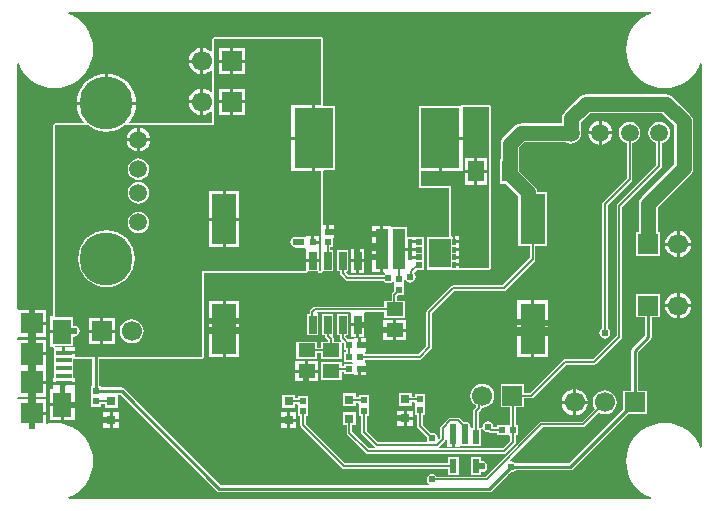
<source format=gtl>
G04*
G04 #@! TF.GenerationSoftware,Altium Limited,Altium Designer,19.1.9 (167)*
G04*
G04 Layer_Physical_Order=1*
G04 Layer_Color=255*
%FSLAX25Y25*%
%MOIN*%
G70*
G01*
G75*
%ADD12C,0.00600*%
%ADD15C,0.01000*%
%ADD18R,0.07480X0.07480*%
%ADD19R,0.07480X0.07087*%
%ADD20R,0.05315X0.01575*%
%ADD21R,0.06299X0.08268*%
%ADD22R,0.07480X0.09646*%
%ADD23R,0.01614X0.01968*%
%ADD24R,0.02480X0.01968*%
%ADD25R,0.02165X0.02165*%
%ADD26R,0.12992X0.20079*%
%ADD27R,0.03150X0.03150*%
%ADD28R,0.05709X0.04528*%
%ADD29R,0.02362X0.04724*%
%ADD30R,0.02165X0.02165*%
%ADD31R,0.04134X0.13386*%
%ADD32R,0.08268X0.16929*%
%ADD33R,0.02559X0.06004*%
%ADD34R,0.02205X0.02441*%
%ADD35R,0.05276X0.07087*%
%ADD59C,0.01500*%
%ADD60C,0.02500*%
%ADD61C,0.05000*%
%ADD62C,0.05906*%
%ADD63C,0.17717*%
%ADD64C,0.06693*%
%ADD65R,0.06693X0.06693*%
%ADD66C,0.02400*%
%ADD67C,0.02402*%
G36*
X212256Y162752D02*
X210999Y162232D01*
X209281Y161179D01*
X207748Y159870D01*
X206439Y158337D01*
X205386Y156619D01*
X204615Y154756D01*
X204145Y152797D01*
X203986Y150787D01*
X204145Y148778D01*
X204615Y146818D01*
X205386Y144956D01*
X206439Y143238D01*
X207748Y141705D01*
X209281Y140396D01*
X210999Y139343D01*
X212862Y138572D01*
X214821Y138101D01*
X216831Y137943D01*
X218840Y138101D01*
X220800Y138572D01*
X222662Y139343D01*
X224380Y140396D01*
X225913Y141705D01*
X227222Y143238D01*
X228275Y144956D01*
X228795Y146212D01*
X229295Y146113D01*
Y18159D01*
X228795Y18059D01*
X228275Y19315D01*
X227222Y21034D01*
X225913Y22567D01*
X224380Y23876D01*
X222662Y24929D01*
X220800Y25700D01*
X218840Y26170D01*
X216831Y26329D01*
X214821Y26170D01*
X212862Y25700D01*
X210999Y24929D01*
X209281Y23876D01*
X207748Y22567D01*
X206439Y21034D01*
X205386Y19315D01*
X204615Y17453D01*
X204145Y15494D01*
X203986Y13484D01*
X204145Y11475D01*
X204615Y9515D01*
X205386Y7653D01*
X206439Y5935D01*
X207748Y4402D01*
X209281Y3093D01*
X210999Y2040D01*
X212256Y1519D01*
X212156Y1020D01*
X18159D01*
X18059Y1519D01*
X19315Y2040D01*
X21034Y3093D01*
X22567Y4402D01*
X23876Y5935D01*
X24929Y7653D01*
X25700Y9515D01*
X26170Y11475D01*
X26329Y13484D01*
X26170Y15494D01*
X25700Y17453D01*
X24929Y19315D01*
X23876Y21034D01*
X22567Y22567D01*
X21034Y23876D01*
X19315Y24929D01*
X17453Y25700D01*
X15494Y26170D01*
X13484Y26329D01*
X11475Y26170D01*
X11137Y26089D01*
X10744Y26399D01*
Y29126D01*
X6004D01*
Y29626D01*
X5504D01*
Y34169D01*
X1264D01*
X1020Y34568D01*
Y34723D01*
X1264Y35122D01*
X1519Y35122D01*
X5504D01*
Y39862D01*
X6004D01*
Y40362D01*
X10744D01*
Y44571D01*
Y48811D01*
X6004D01*
Y49311D01*
X5504D01*
Y54051D01*
X1519D01*
X1264Y54051D01*
X1020Y54450D01*
Y54605D01*
X1264Y55004D01*
X1519Y55004D01*
X5504D01*
Y59547D01*
Y64091D01*
X1519D01*
X1264Y64091D01*
X1020Y64489D01*
Y146113D01*
X1519Y146212D01*
X2040Y144956D01*
X3093Y143238D01*
X4402Y141705D01*
X5934Y140396D01*
X7653Y139343D01*
X9515Y138572D01*
X11475Y138101D01*
X13484Y137943D01*
X15494Y138101D01*
X17453Y138572D01*
X19315Y139343D01*
X21034Y140396D01*
X22567Y141705D01*
X23876Y143238D01*
X24929Y144956D01*
X25700Y146818D01*
X26170Y148778D01*
X26329Y150787D01*
X26170Y152797D01*
X25700Y154756D01*
X24929Y156619D01*
X23876Y158337D01*
X22567Y159870D01*
X21034Y161179D01*
X19315Y162232D01*
X18059Y162752D01*
X18159Y163252D01*
X212156Y163252D01*
X212256Y162752D01*
D02*
G37*
%LPC*%
G36*
X102362Y154882D02*
X66732D01*
X66273Y154692D01*
X66083Y154232D01*
Y150307D01*
X65583Y150137D01*
X64790Y150745D01*
X63733Y151183D01*
X63098Y151267D01*
Y146949D01*
Y142631D01*
X63733Y142714D01*
X64790Y143152D01*
X65583Y143760D01*
X66083Y143591D01*
Y136639D01*
X65583Y136504D01*
X64755Y137139D01*
X63698Y137577D01*
X63063Y137661D01*
Y133343D01*
Y129024D01*
X63698Y129108D01*
X64755Y129546D01*
X65583Y130181D01*
X66083Y130046D01*
Y126142D01*
X38652D01*
X38438Y126594D01*
X39044Y127331D01*
X39959Y129044D01*
X40523Y130902D01*
X40664Y132335D01*
X30807D01*
X20950D01*
X21091Y130902D01*
X21655Y129044D01*
X22571Y127331D01*
X23176Y126594D01*
X22962Y126142D01*
X13681D01*
X13222Y125951D01*
X13032Y125492D01*
Y61925D01*
X11894D01*
Y57291D01*
X16043D01*
Y56291D01*
X11894D01*
Y51657D01*
X13032D01*
Y51492D01*
X13222Y51033D01*
X13278Y51010D01*
Y48317D01*
Y45758D01*
Y41256D01*
X12878D01*
Y39968D01*
X16535D01*
X20193D01*
Y41256D01*
X19793D01*
Y43199D01*
Y47508D01*
X20193Y47776D01*
X26044D01*
Y38691D01*
X25483D01*
Y35647D01*
X25483Y35325D01*
X25483Y34825D01*
Y31782D01*
X28848D01*
Y32547D01*
X30207D01*
Y31388D01*
X34557D01*
X34557Y35738D01*
X34995Y35886D01*
X35362D01*
X67612Y3636D01*
X67612Y3636D01*
X67976Y3393D01*
X68405Y3308D01*
X68406Y3308D01*
X158465D01*
X158465Y3308D01*
X158894Y3393D01*
X159258Y3636D01*
X165540Y9919D01*
X165748Y9877D01*
X166450Y10017D01*
X167046Y10415D01*
X167164Y10591D01*
X185461D01*
X185461Y10591D01*
X185890Y10676D01*
X186254Y10920D01*
X204541Y29207D01*
X210848D01*
Y37100D01*
X208023D01*
Y49941D01*
X212151Y54069D01*
X212151Y54069D01*
X212394Y54433D01*
X212480Y54862D01*
X212480Y54862D01*
Y61506D01*
X215305D01*
Y69399D01*
X207412D01*
Y61506D01*
X210237D01*
Y55327D01*
X206108Y51199D01*
X205865Y50835D01*
X205780Y50406D01*
X205780Y50406D01*
Y37100D01*
X202955D01*
Y30793D01*
X184996Y12834D01*
X167164D01*
X167046Y13010D01*
X166450Y13408D01*
X165748Y13548D01*
X165504Y13499D01*
X165258Y13960D01*
X176183Y24885D01*
X189551D01*
X189902Y24955D01*
X190200Y25154D01*
X194821Y29776D01*
X194911Y29706D01*
X195871Y29309D01*
X196902Y29173D01*
X197932Y29309D01*
X198892Y29706D01*
X199716Y30339D01*
X200349Y31163D01*
X200746Y32123D01*
X200882Y33154D01*
X200746Y34184D01*
X200349Y35144D01*
X199716Y35968D01*
X198892Y36601D01*
X197932Y36998D01*
X196902Y37134D01*
X195871Y36998D01*
X194911Y36601D01*
X194087Y35968D01*
X193454Y35144D01*
X193057Y34184D01*
X192921Y33154D01*
X193057Y32123D01*
X193454Y31163D01*
X193524Y31073D01*
X189171Y26721D01*
X175803D01*
X175452Y26651D01*
X175154Y26452D01*
X157100Y8398D01*
X140922D01*
X140668Y8778D01*
X140072Y9176D01*
X139370Y9316D01*
X138668Y9176D01*
X138072Y8778D01*
X137674Y8183D01*
X137535Y7480D01*
X137674Y6778D01*
X138072Y6183D01*
X138270Y6051D01*
X138118Y5551D01*
X68870D01*
X36620Y37801D01*
X36256Y38044D01*
X35827Y38129D01*
X35827Y38129D01*
X28848D01*
Y38691D01*
X28287D01*
Y47776D01*
X62697D01*
X63156Y47966D01*
X63346Y48425D01*
Y76319D01*
X97220D01*
X97680Y76509D01*
X97821Y76851D01*
X101179D01*
X101320Y76509D01*
X101779Y76319D01*
X102362D01*
X102821Y76509D01*
X102963Y76851D01*
X106379D01*
Y84055D01*
X105418D01*
Y84833D01*
X106210D01*
Y87976D01*
X106610D01*
Y89559D01*
X104528D01*
Y90059D01*
X104028D01*
Y92142D01*
X103012D01*
Y110236D01*
X103279Y110636D01*
X107033D01*
Y131915D01*
X103279D01*
X103012Y132315D01*
Y154232D01*
X102821Y154692D01*
X102362Y154882D01*
D02*
G37*
G36*
X62098Y151267D02*
X61464Y151183D01*
X60407Y150745D01*
X59499Y150049D01*
X58802Y149141D01*
X58364Y148083D01*
X58280Y147449D01*
X62098D01*
Y151267D01*
D02*
G37*
G36*
Y146449D02*
X58280D01*
X58364Y145814D01*
X58802Y144757D01*
X59499Y143849D01*
X60407Y143152D01*
X61464Y142714D01*
X62098Y142631D01*
Y146449D01*
D02*
G37*
G36*
X62063Y137661D02*
X61428Y137577D01*
X60371Y137139D01*
X59463Y136442D01*
X58766Y135535D01*
X58328Y134477D01*
X58245Y133843D01*
X62063D01*
Y137661D01*
D02*
G37*
G36*
X31307Y142691D02*
Y133335D01*
X40664D01*
X40523Y134767D01*
X39959Y136626D01*
X39044Y138338D01*
X37812Y139839D01*
X36311Y141071D01*
X34598Y141987D01*
X32740Y142550D01*
X31307Y142691D01*
D02*
G37*
G36*
X30307Y142691D02*
X28874Y142550D01*
X27016Y141987D01*
X25304Y141071D01*
X23802Y139839D01*
X22571Y138338D01*
X21655Y136626D01*
X21091Y134767D01*
X20950Y133335D01*
X30307D01*
Y142691D01*
D02*
G37*
G36*
X62063Y132843D02*
X58245D01*
X58328Y132208D01*
X58766Y131150D01*
X59463Y130243D01*
X60371Y129546D01*
X61428Y129108D01*
X62063Y129024D01*
Y132843D01*
D02*
G37*
G36*
X195874Y126953D02*
Y123531D01*
X199295D01*
X199225Y124063D01*
X198827Y125025D01*
X198193Y125851D01*
X197367Y126484D01*
X196406Y126883D01*
X195874Y126953D01*
D02*
G37*
G36*
X194874Y126953D02*
X194342Y126883D01*
X193381Y126484D01*
X192555Y125851D01*
X191921Y125025D01*
X191523Y124063D01*
X191453Y123531D01*
X194874D01*
Y126953D01*
D02*
G37*
G36*
Y122531D02*
X191453D01*
X191523Y122000D01*
X191921Y121038D01*
X192555Y120212D01*
X193381Y119579D01*
X194342Y119181D01*
X194874Y119111D01*
Y122531D01*
D02*
G37*
G36*
X199295D02*
X195874D01*
Y119111D01*
X196406Y119181D01*
X197367Y119579D01*
X198193Y120212D01*
X198827Y121038D01*
X199225Y122000D01*
X199295Y122531D01*
D02*
G37*
G36*
X106610Y92142D02*
X105028D01*
Y90559D01*
X106610D01*
Y92142D01*
D02*
G37*
G36*
X221858Y90243D02*
Y86425D01*
X225676D01*
X225593Y87060D01*
X225155Y88117D01*
X224458Y89025D01*
X223550Y89722D01*
X222493Y90160D01*
X221858Y90243D01*
D02*
G37*
G36*
X220858D02*
X220224Y90160D01*
X219166Y89722D01*
X218258Y89025D01*
X217562Y88117D01*
X217124Y87060D01*
X217040Y86425D01*
X220858D01*
Y90243D01*
D02*
G37*
G36*
X122000Y91969D02*
X119433D01*
Y84776D01*
X122000D01*
Y91969D01*
D02*
G37*
G36*
X217421Y135804D02*
X217421Y135804D01*
X190551D01*
X189742Y135697D01*
X188988Y135385D01*
X188340Y134888D01*
X183494Y130042D01*
X182997Y129394D01*
X182685Y128640D01*
X182631Y128235D01*
X182578Y127831D01*
X182578Y127831D01*
Y126158D01*
X168898D01*
X168898Y126158D01*
X168493Y126105D01*
X168088Y126052D01*
X167776Y125922D01*
X167334Y125739D01*
X166687Y125242D01*
X163104Y121660D01*
X162607Y121012D01*
X162295Y120258D01*
X162188Y119449D01*
X162188Y119449D01*
Y114281D01*
X161939D01*
Y105994D01*
X163993D01*
X168074Y101913D01*
Y95925D01*
X168074Y95925D01*
X168101Y95722D01*
Y85227D01*
X171917D01*
Y81286D01*
X162809Y72177D01*
X146260D01*
X145909Y72108D01*
X145611Y71909D01*
X137737Y64035D01*
X137538Y63737D01*
X137468Y63386D01*
Y51955D01*
X134807Y49294D01*
X117292D01*
X116995Y49591D01*
X117008Y50119D01*
X117306Y50378D01*
X117339D01*
Y51961D01*
X115256D01*
Y52461D01*
X114756D01*
Y54543D01*
X113173D01*
Y54143D01*
X111328D01*
X110475Y54997D01*
X110555Y55497D01*
X111380D01*
Y62700D01*
X107621D01*
Y55497D01*
X108582D01*
Y54673D01*
X108652Y54322D01*
X108851Y54024D01*
X109020Y53856D01*
X108812Y53356D01*
X106626D01*
Y54232D01*
X106556Y54584D01*
X106358Y54881D01*
X106193Y55046D01*
X106379Y55497D01*
X106379D01*
Y62700D01*
X102620D01*
Y55497D01*
X103708D01*
Y55315D01*
X103778Y54964D01*
X103977Y54666D01*
X104787Y53856D01*
X104782Y53356D01*
X102254D01*
Y51410D01*
X100994D01*
Y53356D01*
X94085D01*
Y47628D01*
X100994D01*
Y49575D01*
X102254D01*
Y47628D01*
X109163D01*
Y53005D01*
X109663Y53212D01*
X110030Y52846D01*
Y50778D01*
X110795D01*
Y50059D01*
X110030D01*
Y46693D01*
X112642D01*
X112909Y46380D01*
X112889Y46043D01*
X112820Y45974D01*
X110030D01*
Y45209D01*
X109163D01*
Y46466D01*
X102254D01*
Y40739D01*
X109163D01*
Y43374D01*
X110030D01*
Y42609D01*
X113173D01*
Y42209D01*
X114756D01*
Y44291D01*
X115256D01*
Y44791D01*
X117339D01*
Y46374D01*
X117306D01*
X116939Y46693D01*
X116939Y46874D01*
Y47458D01*
X135187D01*
X135538Y47528D01*
X135836Y47727D01*
X139035Y50926D01*
X139234Y51224D01*
X139304Y51575D01*
Y63006D01*
X146640Y70342D01*
X163189D01*
X163540Y70412D01*
X163838Y70611D01*
X173484Y80257D01*
X173682Y80554D01*
X173752Y80905D01*
Y85227D01*
X177568D01*
Y103356D01*
X174308D01*
X174221Y104018D01*
X173909Y104772D01*
X173412Y105420D01*
X168442Y110390D01*
Y118154D01*
X170193Y119905D01*
X183796D01*
X184604Y119570D01*
X185531Y119448D01*
X186459Y119570D01*
X187323Y119928D01*
X188065Y120498D01*
X188635Y121240D01*
X188993Y122104D01*
X189115Y123031D01*
X188993Y123959D01*
X188831Y124348D01*
Y126536D01*
X191846Y129550D01*
X216126D01*
X220102Y125575D01*
Y112516D01*
X209147Y101561D01*
X208650Y100914D01*
X208338Y100160D01*
X208285Y99755D01*
X208231Y99350D01*
X208231Y99350D01*
Y89872D01*
X207412D01*
Y81979D01*
X215305D01*
Y89872D01*
X214485D01*
Y98055D01*
X225439Y109010D01*
X225439Y109010D01*
X225936Y109657D01*
X226249Y110411D01*
X226355Y111221D01*
X226355Y111221D01*
Y126870D01*
X226355Y126870D01*
X226302Y127275D01*
X226249Y127679D01*
X225936Y128433D01*
X225439Y129081D01*
X225439Y129081D01*
X219632Y134888D01*
X218985Y135385D01*
X218231Y135697D01*
X217421Y135804D01*
D02*
G37*
G36*
X225676Y85425D02*
X221858D01*
Y81607D01*
X222493Y81691D01*
X223550Y82129D01*
X224458Y82825D01*
X225155Y83733D01*
X225593Y84790D01*
X225676Y85425D01*
D02*
G37*
G36*
X220858D02*
X217040D01*
X217124Y84790D01*
X217562Y83733D01*
X218258Y82825D01*
X219166Y82129D01*
X220224Y81691D01*
X220858Y81607D01*
Y85425D01*
D02*
G37*
G36*
X116779Y84455D02*
X115000D01*
Y80953D01*
X116779D01*
Y84455D01*
D02*
G37*
G36*
X114000D02*
X112221D01*
Y80953D01*
X114000D01*
Y84455D01*
D02*
G37*
G36*
X158268Y132342D02*
X149559D01*
X149100Y132152D01*
X149002Y131915D01*
X134967D01*
Y110636D01*
X134967D01*
X135017Y110562D01*
X134882Y110236D01*
Y105217D01*
X135072Y104757D01*
X135531Y104567D01*
X144921D01*
Y88646D01*
X144654Y88246D01*
X137660D01*
Y77400D01*
X147893D01*
X147895Y77395D01*
X148354Y77205D01*
X158268D01*
X158727Y77395D01*
X158917Y77854D01*
Y131693D01*
X158727Y132152D01*
X158268Y132342D01*
D02*
G37*
G36*
X122000Y83776D02*
X119433D01*
Y76583D01*
X122000D01*
Y83776D01*
D02*
G37*
G36*
X116779Y79953D02*
X115000D01*
Y76451D01*
X116779D01*
Y79953D01*
D02*
G37*
G36*
X114000D02*
X112221D01*
Y76451D01*
X114000D01*
Y79953D01*
D02*
G37*
G36*
X125567Y91969D02*
X125497Y91969D01*
X125497Y91969D01*
X123000D01*
Y84276D01*
Y76583D01*
X123474D01*
X123626Y76083D01*
X123505Y76002D01*
X123251Y75622D01*
X111502D01*
X110774Y76351D01*
X110981Y76851D01*
X111380D01*
Y84055D01*
X107621D01*
Y76851D01*
X108582D01*
Y76327D01*
X108652Y75976D01*
X108851Y75678D01*
X110473Y74056D01*
X110771Y73857D01*
X111122Y73787D01*
X123251D01*
X123505Y73407D01*
X124101Y73009D01*
X124803Y72869D01*
X125505Y73009D01*
X126101Y73407D01*
X126164Y73501D01*
X126664Y73349D01*
X126664Y72530D01*
X126664Y72030D01*
Y70284D01*
X126123Y69743D01*
X125924Y69446D01*
X125854Y69095D01*
Y67037D01*
X123416D01*
Y65091D01*
X100197D01*
X99846Y65021D01*
X99548Y64822D01*
X98761Y64035D01*
X98562Y63737D01*
X98492Y63386D01*
Y62700D01*
X97620D01*
Y55497D01*
X101380D01*
Y62700D01*
X101270D01*
X101003Y63200D01*
X101040Y63256D01*
X111785D01*
X112221Y63100D01*
X112221Y62756D01*
Y59598D01*
X114500D01*
X116779D01*
Y62756D01*
X116779Y63100D01*
X117215Y63256D01*
X123416D01*
Y61309D01*
X130324D01*
Y67037D01*
X127689D01*
Y68714D01*
X127962Y68987D01*
X130029D01*
Y72030D01*
X130029Y72352D01*
X130029Y72852D01*
Y73841D01*
X130529Y73993D01*
X130789Y73604D01*
X131384Y73206D01*
X132087Y73066D01*
X132789Y73206D01*
X133384Y73604D01*
X133782Y74199D01*
X133922Y74902D01*
X133782Y75604D01*
X133384Y76199D01*
X133530Y76658D01*
X134273Y77400D01*
X136655D01*
Y79959D01*
Y82518D01*
Y85077D01*
Y88246D01*
X133038D01*
X133034Y88254D01*
X132575Y88445D01*
X131473D01*
X131072Y88712D01*
Y91568D01*
X125808Y91568D01*
X125785Y91606D01*
X125567Y91969D01*
D02*
G37*
G36*
X221858Y69771D02*
Y65953D01*
X225676D01*
X225593Y66587D01*
X225155Y67645D01*
X224458Y68553D01*
X223550Y69249D01*
X222493Y69687D01*
X221858Y69771D01*
D02*
G37*
G36*
X220858D02*
X220224Y69687D01*
X219166Y69249D01*
X218258Y68553D01*
X217562Y67645D01*
X217124Y66587D01*
X217040Y65953D01*
X220858D01*
Y69771D01*
D02*
G37*
G36*
X225676Y64953D02*
X221858D01*
Y61135D01*
X222493Y61218D01*
X223550Y61656D01*
X224458Y62353D01*
X225155Y63261D01*
X225593Y64318D01*
X225676Y64953D01*
D02*
G37*
G36*
X220858D02*
X217040D01*
X217124Y64318D01*
X217562Y63261D01*
X218258Y62353D01*
X219166Y61656D01*
X220224Y61218D01*
X220858Y61135D01*
Y64953D01*
D02*
G37*
G36*
X6504Y64091D02*
Y60047D01*
X10744D01*
Y64091D01*
X6504D01*
D02*
G37*
G36*
X177969Y67142D02*
X173335D01*
Y58177D01*
X177969D01*
Y67142D01*
D02*
G37*
G36*
X172335D02*
X167701D01*
Y58177D01*
X172335D01*
Y67142D01*
D02*
G37*
G36*
X75134Y67126D02*
X70500D01*
Y58161D01*
X75134D01*
Y67126D01*
D02*
G37*
G36*
X69500D02*
X64866D01*
Y58161D01*
X69500D01*
Y67126D01*
D02*
G37*
G36*
X130724Y60547D02*
X127370D01*
Y57784D01*
X130724D01*
Y60547D01*
D02*
G37*
G36*
X126370D02*
X123016D01*
Y57784D01*
X126370D01*
Y60547D01*
D02*
G37*
G36*
X116779Y58598D02*
X115000D01*
Y55097D01*
X116779D01*
Y58598D01*
D02*
G37*
G36*
X114000D02*
X112221D01*
Y55097D01*
X114000D01*
Y58598D01*
D02*
G37*
G36*
X10744Y59047D02*
X6504D01*
Y55004D01*
X10744D01*
Y59047D01*
D02*
G37*
G36*
X205217Y126615D02*
X204289Y126493D01*
X203425Y126135D01*
X202683Y125565D01*
X202113Y124823D01*
X201755Y123959D01*
X201633Y123031D01*
X201755Y122104D01*
X202113Y121240D01*
X202683Y120498D01*
X203425Y119928D01*
X204289Y119570D01*
X204299Y119569D01*
Y107860D01*
X196300Y99862D01*
X196101Y99564D01*
X196031Y99213D01*
Y57753D01*
X195651Y57499D01*
X195253Y56903D01*
X195114Y56201D01*
X195253Y55498D01*
X195651Y54903D01*
X196247Y54505D01*
X196949Y54365D01*
X197651Y54505D01*
X198247Y54903D01*
X198644Y55498D01*
X198784Y56201D01*
X198644Y56903D01*
X198247Y57499D01*
X197866Y57753D01*
Y98832D01*
X205865Y106831D01*
X206064Y107129D01*
X206134Y107480D01*
Y119569D01*
X206144Y119570D01*
X207008Y119928D01*
X207750Y120498D01*
X208320Y121240D01*
X208678Y122104D01*
X208800Y123031D01*
X208678Y123959D01*
X208320Y124823D01*
X207750Y125565D01*
X207008Y126135D01*
X206144Y126493D01*
X205217Y126615D01*
D02*
G37*
G36*
X130724Y56783D02*
X127370D01*
Y54020D01*
X130724D01*
Y56783D01*
D02*
G37*
G36*
X126370D02*
X123016D01*
Y54020D01*
X126370D01*
Y56783D01*
D02*
G37*
G36*
X117339Y54543D02*
X115756D01*
Y52961D01*
X117339D01*
Y54543D01*
D02*
G37*
G36*
X6504Y54051D02*
Y49811D01*
X10744D01*
Y54051D01*
X6504D01*
D02*
G37*
G36*
X177969Y57177D02*
X173335D01*
Y48213D01*
X177969D01*
Y57177D01*
D02*
G37*
G36*
X172335D02*
X167701D01*
Y48213D01*
X172335D01*
Y57177D01*
D02*
G37*
G36*
X75134Y57161D02*
X70500D01*
Y48197D01*
X75134D01*
Y57161D01*
D02*
G37*
G36*
X69500D02*
X64866D01*
Y48197D01*
X69500D01*
Y57161D01*
D02*
G37*
G36*
X101394Y46866D02*
X98039D01*
Y44102D01*
X101394D01*
Y46866D01*
D02*
G37*
G36*
X97039D02*
X93685D01*
Y44102D01*
X97039D01*
Y46866D01*
D02*
G37*
G36*
X117339Y43791D02*
X115756D01*
Y42209D01*
X117339D01*
Y43791D01*
D02*
G37*
G36*
X101394Y43102D02*
X98039D01*
Y40339D01*
X101394D01*
Y43102D01*
D02*
G37*
G36*
X97039D02*
X93685D01*
Y40339D01*
X97039D01*
Y43102D01*
D02*
G37*
G36*
X215059Y126615D02*
X214132Y126493D01*
X213267Y126135D01*
X212525Y125565D01*
X211956Y124823D01*
X211598Y123959D01*
X211476Y123031D01*
X211598Y122104D01*
X211956Y121240D01*
X212525Y120498D01*
X213267Y119928D01*
X214132Y119570D01*
X214141Y119569D01*
Y112388D01*
X201123Y99369D01*
X200924Y99072D01*
X200854Y98721D01*
Y55400D01*
X193025Y47571D01*
X183661D01*
X183310Y47501D01*
X183013Y47302D01*
X172061Y36351D01*
X170049D01*
Y39380D01*
X162156D01*
Y31487D01*
X165421D01*
Y25954D01*
X165067Y25600D01*
X164656Y25600D01*
X164156Y25600D01*
X161113D01*
Y24835D01*
X159943D01*
X159808Y25000D01*
X159668Y25702D01*
X159270Y26298D01*
X158675Y26696D01*
X157972Y26835D01*
X157270Y26696D01*
X156675Y26298D01*
X156277Y25702D01*
X156155Y25089D01*
X156138Y25005D01*
X156136Y24998D01*
X156063Y24901D01*
X155939Y24772D01*
X155684Y24714D01*
X155355Y24714D01*
X154855Y24877D01*
Y30033D01*
X155585Y30764D01*
X155784Y31062D01*
X155854Y31413D01*
X155926Y31476D01*
X156102Y31453D01*
X157133Y31588D01*
X158093Y31986D01*
X158917Y32618D01*
X159550Y33443D01*
X159947Y34403D01*
X160083Y35433D01*
X159947Y36463D01*
X159550Y37423D01*
X158917Y38248D01*
X158093Y38880D01*
X157133Y39278D01*
X156102Y39414D01*
X155072Y39278D01*
X154112Y38880D01*
X153288Y38248D01*
X152655Y37423D01*
X152258Y36463D01*
X152122Y35433D01*
X152258Y34403D01*
X152655Y33443D01*
X153288Y32618D01*
X153820Y32210D01*
X153850Y31624D01*
X153288Y31062D01*
X153089Y30765D01*
X153019Y30413D01*
Y24714D01*
X152505D01*
X152090Y24879D01*
X151984Y25143D01*
X151892Y25604D01*
X151495Y26199D01*
X150899Y26597D01*
X150197Y26737D01*
X149749Y26648D01*
X148582Y27814D01*
X148284Y28013D01*
X147933Y28083D01*
X145472D01*
X145121Y28013D01*
X144824Y27814D01*
X142264Y25255D01*
X142066Y24958D01*
X141996Y24606D01*
Y21246D01*
X141642Y20893D01*
X141181Y21139D01*
X141205Y21260D01*
X141066Y21962D01*
X140668Y22558D01*
X140072Y22955D01*
X139370Y23095D01*
X138922Y23006D01*
X136154Y25774D01*
Y28928D01*
X136919D01*
Y31971D01*
X136919Y32293D01*
X136919Y32793D01*
Y35836D01*
X133554D01*
Y35099D01*
X132502D01*
Y36356D01*
X128152D01*
Y32006D01*
X132502D01*
Y33263D01*
X133200D01*
X133554Y32910D01*
X133554Y32471D01*
X133554Y31971D01*
Y28928D01*
X134319D01*
Y25394D01*
X134388Y25043D01*
X134587Y24745D01*
X137624Y21708D01*
X137535Y21260D01*
X137674Y20558D01*
X137744Y20453D01*
X137509Y20012D01*
X121246D01*
X117552Y23707D01*
Y28731D01*
X118316D01*
Y31774D01*
X118316Y32096D01*
X118316Y32596D01*
Y35639D01*
X114951D01*
Y34941D01*
X113915D01*
Y36198D01*
X109565D01*
Y31849D01*
X113915D01*
Y33106D01*
X114598D01*
X114951Y32752D01*
X114951Y32274D01*
X114951Y31774D01*
Y28731D01*
X115716D01*
Y23327D01*
X115786Y22976D01*
X115985Y22678D01*
X120217Y18446D01*
X120365Y18347D01*
X120214Y17847D01*
X118195D01*
X112658Y23384D01*
Y25550D01*
X113915D01*
Y29899D01*
X109565D01*
Y25550D01*
X110822D01*
Y23004D01*
X110892Y22653D01*
X111091Y22355D01*
X117166Y16280D01*
X117464Y16081D01*
X117815Y16012D01*
X163386D01*
X163737Y16081D01*
X164035Y16280D01*
X166987Y19233D01*
X167186Y19531D01*
X167256Y19882D01*
Y22235D01*
X168021D01*
Y25600D01*
X167256D01*
Y31487D01*
X170049D01*
Y34515D01*
X172441D01*
X172792Y34585D01*
X173090Y34784D01*
X184042Y45736D01*
X193405D01*
X193757Y45806D01*
X194054Y46005D01*
X202420Y54371D01*
X202619Y54668D01*
X202689Y55020D01*
Y98340D01*
X215708Y111359D01*
X215907Y111657D01*
X215977Y112008D01*
Y119569D01*
X215986Y119570D01*
X216851Y119928D01*
X217593Y120498D01*
X218162Y121240D01*
X218520Y122104D01*
X218642Y123031D01*
X218520Y123959D01*
X218162Y124823D01*
X217593Y125565D01*
X216851Y126135D01*
X215986Y126493D01*
X215059Y126615D01*
D02*
G37*
G36*
X10744Y39362D02*
X6504D01*
Y35122D01*
X10744D01*
Y39362D01*
D02*
G37*
G36*
X187402Y37472D02*
Y33654D01*
X191220D01*
X191136Y34288D01*
X190698Y35346D01*
X190001Y36253D01*
X189094Y36950D01*
X188036Y37388D01*
X187402Y37472D01*
D02*
G37*
G36*
X186402D02*
X185767Y37388D01*
X184710Y36950D01*
X183802Y36253D01*
X183105Y35346D01*
X182667Y34288D01*
X182583Y33654D01*
X186402D01*
Y37472D01*
D02*
G37*
G36*
X20193Y38969D02*
X16535D01*
X12878D01*
Y37681D01*
X12447Y37516D01*
X11894D01*
Y32882D01*
X16043D01*
Y32382D01*
D01*
Y32882D01*
X20193D01*
Y37181D01*
X20193Y37681D01*
X20193Y38016D01*
Y38969D01*
D02*
G37*
G36*
X6504Y34169D02*
Y30126D01*
X10744D01*
Y34169D01*
X6504D01*
D02*
G37*
G36*
X191220Y32653D02*
X187402D01*
Y28835D01*
X188036Y28919D01*
X189094Y29357D01*
X190001Y30054D01*
X190698Y30962D01*
X191136Y32019D01*
X191220Y32653D01*
D02*
G37*
G36*
X186402D02*
X182583D01*
X182667Y32019D01*
X183105Y30962D01*
X183802Y30054D01*
X184710Y29357D01*
X185767Y28919D01*
X186402Y28835D01*
Y32653D01*
D02*
G37*
G36*
X132902Y30457D02*
X130827D01*
Y28382D01*
X132902D01*
Y30457D01*
D02*
G37*
G36*
X129827D02*
X127752D01*
Y28382D01*
X129827D01*
Y30457D01*
D02*
G37*
G36*
X94087Y29866D02*
X92012D01*
Y27791D01*
X94087D01*
Y29866D01*
D02*
G37*
G36*
X91012D02*
X88937D01*
Y27791D01*
X91012D01*
Y29866D01*
D02*
G37*
G36*
X34957Y29839D02*
X32882D01*
Y27764D01*
X34957D01*
Y29839D01*
D02*
G37*
G36*
X31882D02*
X29807D01*
Y27764D01*
X31882D01*
Y29839D01*
D02*
G37*
G36*
X20193Y31882D02*
X16543D01*
Y27248D01*
X20193D01*
Y31882D01*
D02*
G37*
G36*
X15543D02*
X11894D01*
Y27248D01*
X15543D01*
Y31882D01*
D02*
G37*
G36*
X132902Y27382D02*
X130827D01*
Y25307D01*
X132902D01*
Y27382D01*
D02*
G37*
G36*
X129827D02*
X127752D01*
Y25307D01*
X129827D01*
Y27382D01*
D02*
G37*
G36*
X94087Y26791D02*
X92012D01*
Y24716D01*
X94087D01*
Y26791D01*
D02*
G37*
G36*
X91012D02*
X88937D01*
Y24716D01*
X91012D01*
Y26791D01*
D02*
G37*
G36*
X34957Y26764D02*
X32882D01*
Y24689D01*
X34957D01*
Y26764D01*
D02*
G37*
G36*
X31882D02*
X29807D01*
Y24689D01*
X31882D01*
Y26764D01*
D02*
G37*
G36*
X155718Y14872D02*
X152156D01*
Y8947D01*
X155718D01*
Y9822D01*
X155905Y9976D01*
X156608Y10115D01*
X157203Y10513D01*
X157601Y11109D01*
X157741Y11811D01*
X157601Y12513D01*
X157203Y13109D01*
X156608Y13507D01*
X155905Y13646D01*
X155718Y13800D01*
Y14872D01*
D02*
G37*
G36*
X93687Y35765D02*
X89337D01*
Y31416D01*
X93687D01*
Y32673D01*
X94322D01*
X94676Y32319D01*
Y32077D01*
X94676Y31577D01*
Y28534D01*
X95441D01*
Y25492D01*
X95511Y25141D01*
X95709Y24843D01*
X109292Y11261D01*
X109590Y11062D01*
X109941Y10992D01*
X144676D01*
Y8947D01*
X148238D01*
Y14872D01*
X144676D01*
Y12827D01*
X110321D01*
X97276Y25872D01*
Y28534D01*
X98041D01*
Y31577D01*
X98041Y31899D01*
X98041Y32399D01*
Y35443D01*
X94676D01*
Y34508D01*
X93687D01*
Y35765D01*
D02*
G37*
%LPD*%
G36*
X102362Y132315D02*
X100437D01*
Y121276D01*
Y110236D01*
X102362D01*
Y76968D01*
X101779D01*
Y79953D01*
X99500D01*
X97220D01*
Y76968D01*
X62697D01*
Y48425D01*
X20193D01*
Y49205D01*
X16535D01*
Y49705D01*
X16035D01*
Y51492D01*
X13681D01*
Y52057D01*
X19793D01*
Y54901D01*
X19980Y55054D01*
X20683Y55194D01*
X21278Y55592D01*
X21676Y56187D01*
X21816Y56890D01*
X21676Y57592D01*
X21278Y58188D01*
X20683Y58585D01*
X19980Y58725D01*
X19793Y58879D01*
Y61525D01*
X13681D01*
Y125492D01*
X24845D01*
X25527Y124932D01*
X27170Y124054D01*
X28953Y123513D01*
X30807Y123331D01*
X32661Y123513D01*
X34444Y124054D01*
X36087Y124932D01*
X36769Y125492D01*
X66732D01*
Y154232D01*
X102362D01*
Y132315D01*
D02*
G37*
%LPC*%
G36*
X76945Y151295D02*
X73098D01*
Y147449D01*
X76945D01*
Y151295D01*
D02*
G37*
G36*
X72098D02*
X68252D01*
Y147449D01*
X72098D01*
Y151295D01*
D02*
G37*
G36*
X76945Y146449D02*
X73098D01*
Y142602D01*
X76945D01*
Y146449D01*
D02*
G37*
G36*
X72098D02*
X68252D01*
Y142602D01*
X72098D01*
Y146449D01*
D02*
G37*
G36*
X76910Y137689D02*
X73063D01*
Y133843D01*
X76910D01*
Y137689D01*
D02*
G37*
G36*
X72063D02*
X68217D01*
Y133843D01*
X72063D01*
Y137689D01*
D02*
G37*
G36*
X76910Y132843D02*
X73063D01*
Y128996D01*
X76910D01*
Y132843D01*
D02*
G37*
G36*
X72063D02*
X68217D01*
Y128996D01*
X72063D01*
Y132843D01*
D02*
G37*
G36*
X99437Y132315D02*
X92441D01*
Y121776D01*
X99437D01*
Y132315D01*
D02*
G37*
G36*
X41976Y124669D02*
Y121248D01*
X45397D01*
X45327Y121780D01*
X44929Y122741D01*
X44295Y123567D01*
X43470Y124201D01*
X42508Y124599D01*
X41976Y124669D01*
D02*
G37*
G36*
X40976D02*
X40444Y124599D01*
X39483Y124201D01*
X38657Y123567D01*
X38024Y122741D01*
X37625Y121780D01*
X37555Y121248D01*
X40976D01*
Y124669D01*
D02*
G37*
G36*
X45397Y120248D02*
X41976D01*
Y116827D01*
X42508Y116897D01*
X43470Y117295D01*
X44295Y117929D01*
X44929Y118755D01*
X45327Y119716D01*
X45397Y120248D01*
D02*
G37*
G36*
X40976D02*
X37555D01*
X37625Y119716D01*
X38024Y118755D01*
X38657Y117929D01*
X39483Y117295D01*
X40444Y116897D01*
X40976Y116827D01*
Y120248D01*
D02*
G37*
G36*
X99437Y120776D02*
X92441D01*
Y110236D01*
X99437D01*
Y120776D01*
D02*
G37*
G36*
X41476Y114489D02*
X40549Y114367D01*
X39685Y114009D01*
X38943Y113439D01*
X38373Y112697D01*
X38015Y111833D01*
X37893Y110906D01*
X38015Y109978D01*
X38373Y109114D01*
X38943Y108372D01*
X39685Y107802D01*
X40549Y107444D01*
X41476Y107322D01*
X42404Y107444D01*
X43268Y107802D01*
X44010Y108372D01*
X44580Y109114D01*
X44938Y109978D01*
X45060Y110906D01*
X44938Y111833D01*
X44580Y112697D01*
X44010Y113439D01*
X43268Y114009D01*
X42404Y114367D01*
X41476Y114489D01*
D02*
G37*
G36*
Y106615D02*
X40549Y106493D01*
X39685Y106135D01*
X38943Y105565D01*
X38373Y104823D01*
X38015Y103959D01*
X37893Y103032D01*
X38015Y102104D01*
X38373Y101240D01*
X38943Y100498D01*
X39685Y99928D01*
X40549Y99570D01*
X41476Y99448D01*
X42404Y99570D01*
X43268Y99928D01*
X44010Y100498D01*
X44580Y101240D01*
X44938Y102104D01*
X45060Y103032D01*
X44938Y103959D01*
X44580Y104823D01*
X44010Y105565D01*
X43268Y106135D01*
X42404Y106493D01*
X41476Y106615D01*
D02*
G37*
G36*
X75134Y103740D02*
X70500D01*
Y94776D01*
X75134D01*
Y103740D01*
D02*
G37*
G36*
X69500D02*
X64866D01*
Y94776D01*
X69500D01*
Y103740D01*
D02*
G37*
G36*
X41476Y96772D02*
X40549Y96650D01*
X39685Y96292D01*
X38943Y95723D01*
X38373Y94981D01*
X38015Y94116D01*
X37893Y93189D01*
X38015Y92261D01*
X38373Y91397D01*
X38943Y90655D01*
X39685Y90086D01*
X40549Y89728D01*
X41476Y89606D01*
X42404Y89728D01*
X43268Y90086D01*
X44010Y90655D01*
X44580Y91397D01*
X44938Y92261D01*
X45060Y93189D01*
X44938Y94116D01*
X44580Y94981D01*
X44010Y95723D01*
X43268Y96292D01*
X42404Y96650D01*
X41476Y96772D01*
D02*
G37*
G36*
X99008Y88736D02*
X97405D01*
Y88336D01*
X94467D01*
X93898Y88449D01*
X93195Y88310D01*
X92600Y87912D01*
X92202Y87317D01*
X92062Y86614D01*
X92202Y85912D01*
X92600Y85316D01*
X93195Y84919D01*
X93568Y84844D01*
X94026Y84695D01*
Y84695D01*
X94026Y84695D01*
X96820D01*
X97220Y84455D01*
Y80953D01*
X99500D01*
X101779D01*
Y84455D01*
X101610D01*
Y86016D01*
X99508D01*
Y86516D01*
X99008D01*
Y88736D01*
D02*
G37*
G36*
X101610D02*
X100008D01*
Y87016D01*
X101610D01*
Y88736D01*
D02*
G37*
G36*
X75134Y93776D02*
X70500D01*
Y84811D01*
X75134D01*
Y93776D01*
D02*
G37*
G36*
X69500D02*
X64866D01*
Y84811D01*
X69500D01*
Y93776D01*
D02*
G37*
G36*
X30807Y90606D02*
X28953Y90424D01*
X27170Y89883D01*
X25527Y89005D01*
X24087Y87823D01*
X22905Y86383D01*
X22027Y84739D01*
X21486Y82956D01*
X21303Y81102D01*
X21486Y79248D01*
X22027Y77465D01*
X22905Y75822D01*
X24087Y74382D01*
X25527Y73200D01*
X27170Y72322D01*
X28953Y71781D01*
X30807Y71598D01*
X32661Y71781D01*
X34444Y72322D01*
X36087Y73200D01*
X37527Y74382D01*
X38709Y75822D01*
X39588Y77465D01*
X40128Y79248D01*
X40311Y81102D01*
X40128Y82956D01*
X39588Y84739D01*
X38709Y86383D01*
X37527Y87823D01*
X36087Y89005D01*
X34444Y89883D01*
X32661Y90424D01*
X30807Y90606D01*
D02*
G37*
G36*
X33520Y61236D02*
X29673D01*
Y57390D01*
X33520D01*
Y61236D01*
D02*
G37*
G36*
X28673D02*
X24827D01*
Y57390D01*
X28673D01*
Y61236D01*
D02*
G37*
G36*
X39173Y60870D02*
X38143Y60735D01*
X37183Y60337D01*
X36359Y59704D01*
X35726Y58880D01*
X35328Y57920D01*
X35193Y56890D01*
X35328Y55860D01*
X35726Y54900D01*
X36359Y54075D01*
X37183Y53443D01*
X38143Y53045D01*
X39173Y52909D01*
X40203Y53045D01*
X41164Y53443D01*
X41988Y54075D01*
X42620Y54900D01*
X43018Y55860D01*
X43154Y56890D01*
X43018Y57920D01*
X42620Y58880D01*
X41988Y59704D01*
X41164Y60337D01*
X40203Y60735D01*
X39173Y60870D01*
D02*
G37*
G36*
X33520Y56390D02*
X29673D01*
Y52543D01*
X33520D01*
Y56390D01*
D02*
G37*
G36*
X28673D02*
X24827D01*
Y52543D01*
X28673D01*
Y56390D01*
D02*
G37*
G36*
X20193Y51492D02*
X17035D01*
Y50205D01*
X20193D01*
Y51492D01*
D02*
G37*
%LPD*%
G36*
X158268Y77854D02*
X148354D01*
Y78484D01*
X146547D01*
Y79484D01*
X148354D01*
Y79559D01*
Y81043D01*
X146547D01*
Y82043D01*
X148354D01*
Y82118D01*
Y83602D01*
X146547D01*
Y84602D01*
X148354D01*
Y84677D01*
Y86161D01*
X146547D01*
Y86661D01*
X146340D01*
Y88246D01*
X146047D01*
Y88646D01*
X145571D01*
Y105217D01*
X135531D01*
Y110236D01*
X141563D01*
Y121276D01*
X142063D01*
Y121776D01*
X149559D01*
Y131693D01*
X158268D01*
Y77854D01*
D02*
G37*
%LPC*%
G36*
X157555Y114681D02*
X154417D01*
Y110638D01*
X157555D01*
Y114681D01*
D02*
G37*
G36*
X153417D02*
X150279D01*
Y110638D01*
X153417D01*
Y114681D01*
D02*
G37*
G36*
X149559Y120776D02*
X142563D01*
Y110236D01*
X149559D01*
Y120776D01*
D02*
G37*
G36*
X157555Y109638D02*
X154417D01*
Y105595D01*
X157555D01*
Y109638D01*
D02*
G37*
G36*
X153417D02*
X150279D01*
Y105595D01*
X153417D01*
Y109638D01*
D02*
G37*
G36*
X148354Y88646D02*
X147047D01*
Y87161D01*
X148354D01*
Y88646D01*
D02*
G37*
%LPD*%
G36*
X132575Y87161D02*
X134815D01*
Y86161D01*
X132575D01*
Y84677D01*
Y84602D01*
X134815D01*
Y83602D01*
X132575D01*
Y82118D01*
Y82043D01*
X134815D01*
Y81043D01*
X132575D01*
Y80512D01*
X131473D01*
Y83776D01*
X128405D01*
Y84776D01*
X131473D01*
Y87795D01*
X132575D01*
Y87161D01*
D02*
G37*
G36*
X156269Y24335D02*
X156277Y24298D01*
X156675Y23702D01*
X157270Y23304D01*
X157972Y23165D01*
X158426Y23255D01*
X158704Y23069D01*
X159055Y23000D01*
X161113D01*
Y22235D01*
X164156D01*
X164478Y22235D01*
X165067Y22235D01*
X165421Y21881D01*
Y20262D01*
X163006Y17847D01*
X141794D01*
X141643Y18347D01*
X141791Y18446D01*
X143562Y20217D01*
X143761Y20515D01*
X143776Y20587D01*
X144276Y20538D01*
Y18390D01*
X145957D01*
Y21752D01*
X146957D01*
Y18390D01*
X148638D01*
Y18790D01*
X151656D01*
X151978Y18790D01*
X152478Y18790D01*
X155718D01*
Y24138D01*
X155936Y24299D01*
X156218Y24377D01*
X156269Y24335D01*
D02*
G37*
D12*
X132087Y74902D02*
X132431Y75246D01*
Y76856D01*
X134559Y78984D01*
X134815D01*
X105709Y43602D02*
X106398Y44291D01*
X111713D01*
X159055Y23917D02*
X162795D01*
X116634Y23327D02*
X120866Y19094D01*
X141142D01*
X142913Y20866D01*
Y24606D01*
X145472Y27165D01*
X147933D01*
X150197Y24902D01*
X157972Y25000D02*
X159055Y23917D01*
X150197Y21752D02*
Y24902D01*
X104528Y90059D02*
X106201D01*
X104528Y90059D02*
X104528Y90059D01*
X93898Y86614D02*
X95630D01*
X95728Y86516D01*
X99410Y59189D02*
Y63386D01*
Y59189D02*
X99500Y59098D01*
X99410Y63386D02*
X100197Y64173D01*
X126870D01*
X30118Y27264D02*
X32382D01*
X32283Y33465D02*
X32382Y33563D01*
X27165Y33465D02*
X32283D01*
X116634Y23327D02*
Y30413D01*
X175803Y25803D02*
X189551D01*
X157480Y7480D02*
X175803Y25803D01*
X139370Y7480D02*
X157480D01*
X189551Y25803D02*
X196902Y33154D01*
X111122Y74705D02*
X124803D01*
X109500Y76327D02*
X111122Y74705D01*
X109500Y76327D02*
Y80453D01*
X127854Y27854D02*
X130299D01*
X130327Y27882D01*
X96189Y33591D02*
X96358Y33760D01*
X91512Y33591D02*
X96189D01*
X166102Y35433D02*
X172441D01*
X115256Y48376D02*
X135187D01*
X138386Y51575D01*
Y63386D01*
X146260Y71260D01*
X163189D01*
X172835Y80905D01*
Y94291D01*
X115256Y44291D02*
X117028D01*
X97441Y40650D02*
Y43504D01*
X97539Y43602D01*
X114642Y58957D02*
X116535D01*
X114500Y59098D02*
X114642Y58957D01*
X115256Y52461D02*
X117126D01*
X115256Y52461D02*
X115256Y52461D01*
X123425Y57382D02*
X126772D01*
X126870Y57284D01*
X97539Y50492D02*
X97539Y50492D01*
X105709D01*
X104626Y55315D02*
Y58972D01*
X104500Y59098D02*
X104626Y58972D01*
Y55315D02*
X105709Y54232D01*
Y50492D02*
Y54232D01*
X109500Y54673D02*
Y59098D01*
Y54673D02*
X111713Y52461D01*
Y48376D02*
Y52461D01*
X89370Y27264D02*
X91484D01*
X91512Y27291D01*
X114469Y80484D02*
Y84153D01*
Y80484D02*
X114500Y80453D01*
X128347Y84216D02*
X128405Y84276D01*
X128347Y74213D02*
Y84216D01*
X126772Y64272D02*
Y69095D01*
Y64272D02*
X126870Y64173D01*
X126772Y69095D02*
X128347Y70669D01*
X104500Y86488D02*
X104528Y86516D01*
X104500Y80453D02*
Y86488D01*
X166102Y35433D02*
X166339Y35197D01*
Y23917D02*
Y35197D01*
X146457Y21752D02*
Y24803D01*
X135236Y25394D02*
Y30610D01*
Y25394D02*
X139370Y21260D01*
X135209Y34181D02*
X135236Y34154D01*
X130327Y34181D02*
X135209D01*
X116567Y34024D02*
X116634Y33957D01*
X111740Y34024D02*
X116567D01*
X163386Y16929D02*
X166339Y19882D01*
Y23917D01*
X117815Y16929D02*
X163386D01*
X111740Y23004D02*
X117815Y16929D01*
X111740Y23004D02*
Y27724D01*
X96358Y25492D02*
Y30217D01*
Y25492D02*
X109941Y11909D01*
X146457D01*
X153937Y30413D02*
X154937Y31413D01*
Y34267D01*
X156102Y35433D01*
X153937Y21752D02*
Y30413D01*
X196949Y99213D02*
X205217Y107480D01*
X196949Y56201D02*
Y99213D01*
X201772Y98721D02*
X215059Y112008D01*
X201772Y55020D02*
Y98721D01*
X193405Y46654D02*
X201772Y55020D01*
X205217Y107480D02*
Y123031D01*
X215059Y112008D02*
Y123031D01*
X183661Y46654D02*
X193405D01*
X172441Y35433D02*
X183661Y46654D01*
D15*
X26969Y50591D02*
X27165Y50394D01*
Y37008D02*
Y50394D01*
X35827Y37008D02*
X68405Y4429D01*
X27165Y37008D02*
X35827D01*
X68405Y4429D02*
X158465D01*
X165748Y11713D01*
X185461D01*
X206902Y33154D01*
Y50406D02*
X211358Y54862D01*
Y65453D01*
X206902Y33154D02*
Y50406D01*
D18*
X6004Y39862D02*
D03*
Y49311D02*
D03*
D19*
Y29626D02*
D03*
Y59547D02*
D03*
D20*
X16535Y44587D02*
D03*
Y47146D02*
D03*
Y49705D02*
D03*
Y42028D02*
D03*
Y39469D02*
D03*
D21*
X16043Y56791D02*
D03*
Y32382D02*
D03*
D22*
X142000Y82823D02*
D03*
D23*
X146547Y86661D02*
D03*
Y84102D02*
D03*
Y81543D02*
D03*
Y78984D02*
D03*
D24*
X134815D02*
D03*
Y81543D02*
D03*
Y84102D02*
D03*
Y86661D02*
D03*
D25*
X27165Y33465D02*
D03*
Y37008D02*
D03*
X128347Y70669D02*
D03*
Y74213D02*
D03*
X116634Y33957D02*
D03*
Y30413D02*
D03*
X104528Y90059D02*
D03*
Y86516D02*
D03*
X96358Y33760D02*
D03*
Y30217D02*
D03*
X135236Y34154D02*
D03*
Y30610D02*
D03*
D26*
X142063Y121276D02*
D03*
X99937D02*
D03*
D27*
X32382Y27264D02*
D03*
Y33563D02*
D03*
X91512Y33591D02*
D03*
Y27291D02*
D03*
X130327Y34181D02*
D03*
Y27882D02*
D03*
X111740Y34024D02*
D03*
Y27724D02*
D03*
D28*
X97539Y43602D02*
D03*
Y50492D02*
D03*
X105709Y50492D02*
D03*
Y43602D02*
D03*
X126870Y64173D02*
D03*
Y57284D02*
D03*
D29*
X153937Y11909D02*
D03*
X146457D02*
D03*
Y21752D02*
D03*
X150197D02*
D03*
X153937D02*
D03*
D30*
X115256Y44291D02*
D03*
X111713D02*
D03*
Y48376D02*
D03*
X115256D02*
D03*
Y52461D02*
D03*
X111713D02*
D03*
X166339Y23917D02*
D03*
X162795D02*
D03*
D31*
X122500Y84276D02*
D03*
X128405D02*
D03*
D32*
X172835Y94291D02*
D03*
Y57677D02*
D03*
X70000Y94276D02*
D03*
Y57661D02*
D03*
D33*
X99500Y59098D02*
D03*
X104500D02*
D03*
X109500D02*
D03*
X114500D02*
D03*
Y80453D02*
D03*
X109500D02*
D03*
X104500D02*
D03*
X99500D02*
D03*
D34*
X95728Y86516D02*
D03*
X99508D02*
D03*
D35*
X153917Y110138D02*
D03*
X165177D02*
D03*
D59*
X16043Y32382D02*
Y39431D01*
X16081Y39469D01*
X16535D01*
D60*
X6004Y49311D02*
Y59547D01*
Y39862D02*
Y49311D01*
Y29626D02*
Y39862D01*
D61*
X185705Y123205D02*
Y127831D01*
X185531Y123031D02*
X185705Y123205D01*
Y127831D02*
X190551Y132677D01*
X217421D01*
X223228Y126870D01*
Y111221D02*
Y126870D01*
X211358Y99350D02*
X223228Y111221D01*
X211358Y85925D02*
Y99350D01*
X165315Y110276D02*
Y119449D01*
X165177Y110138D02*
X165315Y110276D01*
Y119449D02*
X168898Y123031D01*
X185531D01*
X171201Y95925D02*
X172835Y94291D01*
X171201Y95925D02*
Y103209D01*
X165177Y109232D02*
X171201Y103209D01*
X165177Y109232D02*
Y110138D01*
D62*
X41476Y120748D02*
D03*
Y110906D02*
D03*
Y103032D02*
D03*
Y93189D02*
D03*
X185531Y123031D02*
D03*
X195374D02*
D03*
X205217D02*
D03*
X215059D02*
D03*
D63*
X30807Y132835D02*
D03*
Y81102D02*
D03*
D64*
X39173Y56890D02*
D03*
X62598Y146949D02*
D03*
X62563Y133343D02*
D03*
X221358Y65453D02*
D03*
X196902Y33154D02*
D03*
X186902D02*
D03*
X156102Y35433D02*
D03*
X221358Y85925D02*
D03*
D65*
X29173Y56890D02*
D03*
X72598Y146949D02*
D03*
X72563Y133343D02*
D03*
X211358Y65453D02*
D03*
X206902Y33154D02*
D03*
X166102Y35433D02*
D03*
X211358Y85925D02*
D03*
D66*
X132087Y74902D02*
D03*
X224803Y102657D02*
D03*
Y79035D02*
D03*
Y55413D02*
D03*
Y31791D02*
D03*
X212992Y79035D02*
D03*
X218898Y43602D02*
D03*
X212992Y31791D02*
D03*
X207086Y161713D02*
D03*
X201181Y149901D02*
D03*
X207086Y138091D02*
D03*
X201181Y126279D02*
D03*
Y8169D02*
D03*
X195275Y161713D02*
D03*
X189370Y149901D02*
D03*
X195275Y138091D02*
D03*
Y114468D02*
D03*
X189370Y102657D02*
D03*
Y79035D02*
D03*
Y55413D02*
D03*
Y8169D02*
D03*
X183465Y161713D02*
D03*
X177559Y149901D02*
D03*
X183465Y138091D02*
D03*
Y114468D02*
D03*
Y90846D02*
D03*
X177559Y79035D02*
D03*
X183465Y67224D02*
D03*
X177559Y31791D02*
D03*
X183465Y19980D02*
D03*
X177559Y8169D02*
D03*
X171653Y161713D02*
D03*
X165748Y149901D02*
D03*
X171653Y138091D02*
D03*
X165748Y126279D02*
D03*
X171653Y114468D02*
D03*
X165748Y79035D02*
D03*
X171653Y43602D02*
D03*
X165748Y8169D02*
D03*
X159842Y161713D02*
D03*
X153937Y149901D02*
D03*
X159842Y138091D02*
D03*
Y67224D02*
D03*
X153937Y55413D02*
D03*
X159842Y43602D02*
D03*
Y19980D02*
D03*
X148031Y161713D02*
D03*
X142126Y149901D02*
D03*
X148031Y138091D02*
D03*
X142126Y102657D02*
D03*
X148031Y67224D02*
D03*
X142126Y55413D02*
D03*
X148031Y43602D02*
D03*
X142126Y31791D02*
D03*
X136220Y161713D02*
D03*
X130315Y149901D02*
D03*
X136220Y138091D02*
D03*
X130315Y126279D02*
D03*
Y102657D02*
D03*
X136220Y90846D02*
D03*
Y67224D02*
D03*
Y43602D02*
D03*
X130315Y8169D02*
D03*
X124409Y161713D02*
D03*
X118504Y149901D02*
D03*
X124409Y138091D02*
D03*
X118504Y126279D02*
D03*
X124409Y114468D02*
D03*
X118504Y102657D02*
D03*
X124409Y43602D02*
D03*
X118504Y8169D02*
D03*
X112598Y161713D02*
D03*
X106693Y149901D02*
D03*
X112598Y138091D02*
D03*
Y114468D02*
D03*
X106693Y102657D02*
D03*
X112598Y90846D02*
D03*
Y67224D02*
D03*
X106693Y31791D02*
D03*
Y8169D02*
D03*
X100787Y161713D02*
D03*
Y67224D02*
D03*
X94882Y55413D02*
D03*
Y8169D02*
D03*
X88976Y161713D02*
D03*
Y67224D02*
D03*
X83071Y55413D02*
D03*
X88976Y43602D02*
D03*
X83071Y31791D02*
D03*
X88976Y19980D02*
D03*
X83071Y8169D02*
D03*
X77165Y161713D02*
D03*
Y67224D02*
D03*
Y43602D02*
D03*
X71260Y31791D02*
D03*
X77165Y19980D02*
D03*
X71260Y8169D02*
D03*
X65354Y161713D02*
D03*
Y43602D02*
D03*
X59449Y31791D02*
D03*
X65354Y19980D02*
D03*
X59449Y8169D02*
D03*
X53543Y161713D02*
D03*
X47638Y149901D02*
D03*
X53543Y138091D02*
D03*
Y43602D02*
D03*
X47638Y31791D02*
D03*
Y8169D02*
D03*
X41732Y161713D02*
D03*
X35827Y149901D02*
D03*
X41732Y138091D02*
D03*
Y43602D02*
D03*
X35827Y31791D02*
D03*
X41732Y19980D02*
D03*
X35827Y8169D02*
D03*
X29921Y161713D02*
D03*
Y43602D02*
D03*
X24016Y31791D02*
D03*
X29921Y19980D02*
D03*
X157972Y25000D02*
D03*
X150197Y24902D02*
D03*
X106201Y90059D02*
D03*
X93898Y86614D02*
D03*
X19980Y32382D02*
D03*
Y56890D02*
D03*
X30118Y27264D02*
D03*
X165748Y11713D02*
D03*
X155905Y11811D02*
D03*
X124803Y74705D02*
D03*
X127854Y27854D02*
D03*
X177657Y56299D02*
D03*
X177559Y59744D02*
D03*
X168012Y56299D02*
D03*
Y59842D02*
D03*
X74803Y57087D02*
D03*
Y60433D02*
D03*
X65256Y56890D02*
D03*
Y60433D02*
D03*
X117028Y44291D02*
D03*
X97441Y40650D02*
D03*
X119783Y81791D02*
D03*
Y89173D02*
D03*
X119685Y85433D02*
D03*
X116535Y58957D02*
D03*
X117126Y52461D02*
D03*
X123425Y57382D02*
D03*
X89370Y27264D02*
D03*
X114469Y84153D02*
D03*
X146457Y24803D02*
D03*
X139370Y21260D02*
D03*
Y7480D02*
D03*
X196949Y56201D02*
D03*
D67*
X5906Y25295D02*
D03*
Y63779D02*
D03*
M02*

</source>
